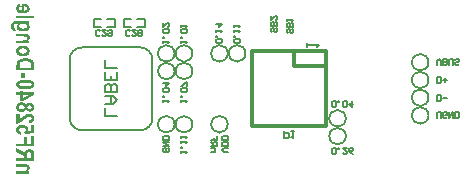
<source format=gbo>
G04*
G04 #@! TF.GenerationSoftware,Altium Limited,Altium Designer,20.1.14 (287)*
G04*
G04 Layer_Color=32896*
%FSLAX24Y24*%
%MOIN*%
G70*
G04*
G04 #@! TF.SameCoordinates,EC6BA951-EC3A-497E-BF03-96D7CE287269*
G04*
G04*
G04 #@! TF.FilePolarity,Positive*
G04*
G01*
G75*
%ADD12C,0.0079*%
%ADD13C,0.0060*%
%ADD14C,0.0050*%
%ADD15C,0.0059*%
%ADD64C,0.0080*%
%ADD92C,0.0118*%
G36*
X538Y2841D02*
X559Y2839D01*
X579Y2837D01*
X597Y2834D01*
X614Y2830D01*
X630Y2826D01*
X644Y2821D01*
X656Y2816D01*
X668Y2812D01*
X677Y2807D01*
X685Y2803D01*
X692Y2800D01*
X698Y2796D01*
X701Y2794D01*
X703Y2792D01*
X704Y2792D01*
X714Y2783D01*
X723Y2774D01*
X730Y2765D01*
X737Y2755D01*
X742Y2745D01*
X747Y2736D01*
X750Y2726D01*
X753Y2716D01*
X755Y2708D01*
X757Y2700D01*
X759Y2692D01*
X759Y2686D01*
X760Y2681D01*
X760Y2677D01*
Y2673D01*
X760Y2661D01*
X758Y2649D01*
X755Y2638D01*
X752Y2627D01*
X748Y2618D01*
X743Y2608D01*
X738Y2600D01*
X733Y2592D01*
X728Y2585D01*
X723Y2579D01*
X718Y2574D01*
X714Y2570D01*
X711Y2567D01*
X708Y2564D01*
X706Y2563D01*
X705Y2562D01*
X693Y2553D01*
X680Y2546D01*
X665Y2539D01*
X651Y2533D01*
X637Y2528D01*
X622Y2524D01*
X608Y2521D01*
X595Y2518D01*
X582Y2516D01*
X570Y2514D01*
X560Y2514D01*
X550Y2513D01*
X547Y2512D01*
X543D01*
X540Y2512D01*
X537D01*
X535D01*
X534D01*
X533D01*
X532D01*
X512Y2512D01*
X494Y2514D01*
X476Y2517D01*
X460Y2520D01*
X444Y2523D01*
X430Y2528D01*
X417Y2532D01*
X406Y2537D01*
X396Y2542D01*
X387Y2546D01*
X380Y2550D01*
X374Y2554D01*
X368Y2557D01*
X365Y2560D01*
X363Y2561D01*
X362Y2562D01*
X353Y2570D01*
X345Y2579D01*
X338Y2589D01*
X332Y2599D01*
X327Y2609D01*
X323Y2619D01*
X319Y2629D01*
X316Y2638D01*
X314Y2647D01*
X313Y2656D01*
X312Y2663D01*
X311Y2670D01*
X310Y2675D01*
X310Y2679D01*
Y2683D01*
X310Y2693D01*
X311Y2703D01*
X313Y2712D01*
X315Y2722D01*
X317Y2730D01*
X320Y2738D01*
X323Y2745D01*
X326Y2751D01*
X328Y2758D01*
X331Y2763D01*
X334Y2767D01*
X336Y2771D01*
X338Y2774D01*
X340Y2776D01*
X341Y2778D01*
X341Y2778D01*
X347Y2785D01*
X354Y2792D01*
X362Y2798D01*
X370Y2804D01*
X378Y2809D01*
X385Y2814D01*
X393Y2819D01*
X401Y2822D01*
X409Y2826D01*
X415Y2829D01*
X422Y2831D01*
X427Y2833D01*
X432Y2834D01*
X435Y2836D01*
X437Y2837D01*
X438D01*
X457Y2744D01*
X446Y2741D01*
X436Y2737D01*
X428Y2733D01*
X421Y2728D01*
X415Y2723D01*
X410Y2718D01*
X406Y2713D01*
X403Y2708D01*
X400Y2703D01*
X398Y2699D01*
X397Y2695D01*
X396Y2691D01*
X396Y2688D01*
X395Y2686D01*
Y2684D01*
X396Y2678D01*
X396Y2672D01*
X398Y2667D01*
X399Y2662D01*
X404Y2653D01*
X409Y2645D01*
X414Y2639D01*
X416Y2636D01*
X418Y2634D01*
X420Y2632D01*
X421Y2631D01*
X422Y2630D01*
X423Y2630D01*
X428Y2626D01*
X434Y2622D01*
X441Y2620D01*
X447Y2617D01*
X460Y2613D01*
X473Y2611D01*
X479Y2610D01*
X485Y2609D01*
X489Y2608D01*
X494Y2608D01*
X497Y2607D01*
X500D01*
X502D01*
X502D01*
Y2841D01*
X515D01*
X538Y2841D01*
D02*
G37*
G36*
X914Y2350D02*
X320D01*
Y2443D01*
X914D01*
Y2350D01*
D02*
G37*
G36*
X750Y2170D02*
X690D01*
X702Y2162D01*
X713Y2154D01*
X722Y2145D01*
X729Y2138D01*
X735Y2131D01*
X737Y2129D01*
X739Y2126D01*
X741Y2124D01*
X741Y2123D01*
X742Y2122D01*
Y2121D01*
X748Y2111D01*
X753Y2101D01*
X756Y2091D01*
X758Y2082D01*
X759Y2074D01*
X760Y2070D01*
Y2067D01*
X760Y2065D01*
Y2062D01*
X760Y2050D01*
X758Y2039D01*
X755Y2029D01*
X752Y2019D01*
X747Y2010D01*
X743Y2001D01*
X737Y1993D01*
X732Y1986D01*
X727Y1979D01*
X722Y1974D01*
X717Y1968D01*
X713Y1964D01*
X709Y1961D01*
X707Y1959D01*
X705Y1957D01*
X704Y1956D01*
X693Y1949D01*
X681Y1942D01*
X668Y1936D01*
X655Y1931D01*
X640Y1927D01*
X627Y1923D01*
X613Y1921D01*
X600Y1918D01*
X587Y1916D01*
X575Y1915D01*
X565Y1914D01*
X555Y1914D01*
X551Y1913D01*
X548D01*
X545Y1913D01*
X542D01*
X540D01*
X539D01*
X538D01*
X537D01*
X518Y1913D01*
X500Y1915D01*
X484Y1917D01*
X468Y1920D01*
X453Y1923D01*
X440Y1927D01*
X427Y1932D01*
X416Y1936D01*
X406Y1940D01*
X397Y1945D01*
X390Y1949D01*
X384Y1952D01*
X379Y1955D01*
X375Y1957D01*
X374Y1959D01*
X373Y1959D01*
X363Y1967D01*
X355Y1975D01*
X348Y1983D01*
X342Y1992D01*
X337Y2000D01*
X333Y2008D01*
X329Y2016D01*
X327Y2024D01*
X324Y2031D01*
X323Y2037D01*
X322Y2043D01*
X321Y2048D01*
X320Y2052D01*
X320Y2055D01*
Y2058D01*
X321Y2070D01*
X323Y2081D01*
X325Y2090D01*
X329Y2099D01*
X332Y2106D01*
X333Y2109D01*
X334Y2112D01*
X335Y2114D01*
X336Y2115D01*
X337Y2116D01*
Y2116D01*
X345Y2126D01*
X353Y2135D01*
X361Y2143D01*
X370Y2150D01*
X378Y2156D01*
X381Y2158D01*
X384Y2160D01*
X386Y2161D01*
X388Y2163D01*
X389Y2163D01*
X389Y2164D01*
X327D01*
X319D01*
X312Y2163D01*
X305Y2163D01*
X299Y2162D01*
X294Y2162D01*
X289Y2161D01*
X284Y2161D01*
X281Y2160D01*
X277Y2159D01*
X274Y2158D01*
X272Y2158D01*
X270Y2157D01*
X269Y2157D01*
X268Y2157D01*
X267Y2156D01*
X261Y2153D01*
X256Y2150D01*
X252Y2147D01*
X248Y2143D01*
X246Y2140D01*
X244Y2138D01*
X243Y2136D01*
X243Y2136D01*
X239Y2128D01*
X237Y2120D01*
X235Y2111D01*
X234Y2103D01*
X233Y2096D01*
Y2094D01*
X232Y2091D01*
Y2086D01*
X233Y2077D01*
X234Y2068D01*
X235Y2062D01*
X237Y2057D01*
X239Y2052D01*
X241Y2049D01*
X242Y2047D01*
X242Y2047D01*
X247Y2043D01*
X252Y2039D01*
X257Y2037D01*
X263Y2035D01*
X268Y2034D01*
X272Y2033D01*
X275Y2032D01*
X275D01*
X276D01*
X291Y1925D01*
X277D01*
X263Y1926D01*
X250Y1928D01*
X237Y1931D01*
X232Y1933D01*
X227Y1934D01*
X223Y1936D01*
X219Y1938D01*
X216Y1939D01*
X212Y1941D01*
X210Y1941D01*
X208Y1942D01*
X208Y1943D01*
X207D01*
X196Y1951D01*
X187Y1959D01*
X179Y1968D01*
X172Y1977D01*
X168Y1985D01*
X165Y1988D01*
X164Y1991D01*
X163Y1993D01*
X162Y1995D01*
X161Y1996D01*
Y1996D01*
X158Y2003D01*
X156Y2010D01*
X152Y2026D01*
X149Y2041D01*
X147Y2056D01*
X147Y2063D01*
X146Y2069D01*
X146Y2075D01*
Y2080D01*
X145Y2084D01*
Y2089D01*
X146Y2101D01*
X146Y2112D01*
X147Y2122D01*
X149Y2131D01*
X150Y2140D01*
X152Y2148D01*
X154Y2155D01*
X156Y2162D01*
X158Y2168D01*
X160Y2173D01*
X162Y2177D01*
X163Y2181D01*
X165Y2184D01*
X166Y2186D01*
X166Y2187D01*
X167Y2187D01*
X171Y2194D01*
X176Y2200D01*
X186Y2211D01*
X196Y2220D01*
X206Y2227D01*
X216Y2233D01*
X219Y2235D01*
X223Y2237D01*
X226Y2238D01*
X228Y2239D01*
X230Y2240D01*
X230D01*
X238Y2243D01*
X248Y2246D01*
X258Y2248D01*
X269Y2250D01*
X291Y2253D01*
X302Y2254D01*
X313Y2255D01*
X323Y2256D01*
X333Y2256D01*
X341Y2257D01*
X349D01*
X355Y2257D01*
X360D01*
X362D01*
X363D01*
X363D01*
X364D01*
X750D01*
Y2170D01*
D02*
G37*
G36*
X610Y1839D02*
X620Y1838D01*
X629Y1837D01*
X638Y1837D01*
X646Y1836D01*
X653Y1835D01*
X659Y1834D01*
X665Y1833D01*
X670Y1832D01*
X674Y1831D01*
X678Y1830D01*
X680Y1829D01*
X682Y1829D01*
X683Y1828D01*
X684D01*
X696Y1823D01*
X707Y1818D01*
X716Y1811D01*
X724Y1805D01*
X730Y1799D01*
X733Y1796D01*
X735Y1794D01*
X737Y1792D01*
X738Y1790D01*
X738Y1790D01*
X739Y1789D01*
X743Y1784D01*
X746Y1778D01*
X749Y1772D01*
X751Y1767D01*
X755Y1755D01*
X758Y1744D01*
X759Y1739D01*
X759Y1735D01*
X760Y1731D01*
Y1727D01*
X760Y1724D01*
Y1720D01*
X759Y1707D01*
X757Y1695D01*
X755Y1684D01*
X751Y1675D01*
X749Y1671D01*
X748Y1667D01*
X746Y1664D01*
X745Y1661D01*
X744Y1659D01*
X743Y1657D01*
X742Y1656D01*
X742Y1656D01*
X734Y1645D01*
X726Y1636D01*
X717Y1627D01*
X708Y1619D01*
X700Y1613D01*
X697Y1610D01*
X694Y1608D01*
X691Y1606D01*
X689Y1605D01*
X688Y1604D01*
X687Y1604D01*
X750D01*
Y1517D01*
X320D01*
Y1611D01*
X515D01*
X528D01*
X540Y1611D01*
X552Y1612D01*
X562Y1612D01*
X571Y1613D01*
X579Y1613D01*
X587Y1614D01*
X593Y1615D01*
X599Y1615D01*
X604Y1616D01*
X608Y1617D01*
X611Y1617D01*
X613Y1618D01*
X615Y1618D01*
X615Y1618D01*
X616D01*
X626Y1622D01*
X634Y1626D01*
X641Y1630D01*
X647Y1635D01*
X652Y1639D01*
X655Y1642D01*
X657Y1644D01*
X658Y1645D01*
X663Y1653D01*
X667Y1660D01*
X669Y1667D01*
X672Y1674D01*
X673Y1679D01*
X673Y1684D01*
X673Y1686D01*
Y1688D01*
X673Y1694D01*
X672Y1700D01*
X669Y1706D01*
X668Y1711D01*
X665Y1715D01*
X663Y1718D01*
X662Y1720D01*
X662Y1720D01*
X657Y1725D01*
X651Y1729D01*
X646Y1733D01*
X640Y1736D01*
X635Y1737D01*
X631Y1739D01*
X629Y1740D01*
X628Y1740D01*
X628D01*
X623Y1741D01*
X618Y1742D01*
X611Y1743D01*
X605Y1743D01*
X590Y1744D01*
X575Y1745D01*
X568Y1745D01*
X561D01*
X556Y1746D01*
X550D01*
X546D01*
X543D01*
X540D01*
X540D01*
X320D01*
Y1839D01*
X587D01*
X599D01*
X610Y1839D01*
D02*
G37*
G36*
X554Y1445D02*
X570Y1443D01*
X585Y1441D01*
X599Y1438D01*
X613Y1434D01*
X626Y1430D01*
X638Y1425D01*
X649Y1421D01*
X658Y1416D01*
X667Y1412D01*
X675Y1408D01*
X681Y1404D01*
X687Y1401D01*
X690Y1398D01*
X692Y1397D01*
X693Y1396D01*
X705Y1387D01*
X716Y1376D01*
X724Y1366D01*
X732Y1355D01*
X738Y1344D01*
X744Y1333D01*
X748Y1322D01*
X752Y1311D01*
X755Y1301D01*
X757Y1292D01*
X758Y1283D01*
X759Y1276D01*
X760Y1271D01*
X760Y1266D01*
Y1262D01*
X760Y1253D01*
X759Y1244D01*
X758Y1235D01*
X756Y1227D01*
X754Y1219D01*
X752Y1211D01*
X750Y1204D01*
X747Y1198D01*
X745Y1192D01*
X742Y1187D01*
X740Y1182D01*
X738Y1178D01*
X737Y1175D01*
X735Y1173D01*
X734Y1171D01*
X734Y1171D01*
X729Y1164D01*
X723Y1157D01*
X711Y1144D01*
X705Y1138D01*
X698Y1132D01*
X692Y1128D01*
X685Y1123D01*
X680Y1119D01*
X674Y1116D01*
X669Y1113D01*
X665Y1110D01*
X661Y1108D01*
X658Y1107D01*
X657Y1106D01*
X656Y1106D01*
X647Y1101D01*
X637Y1097D01*
X626Y1094D01*
X616Y1091D01*
X607Y1089D01*
X597Y1087D01*
X588Y1085D01*
X579Y1084D01*
X571Y1083D01*
X564Y1082D01*
X557Y1081D01*
X552Y1081D01*
X547Y1081D01*
X543D01*
X542D01*
X541D01*
X521Y1081D01*
X502Y1083D01*
X484Y1085D01*
X467Y1089D01*
X452Y1092D01*
X438Y1097D01*
X425Y1102D01*
X414Y1107D01*
X403Y1111D01*
X395Y1116D01*
X387Y1121D01*
X381Y1125D01*
X376Y1128D01*
X372Y1130D01*
X370Y1132D01*
X370Y1132D01*
X359Y1143D01*
X350Y1153D01*
X342Y1164D01*
X335Y1175D01*
X329Y1186D01*
X324Y1197D01*
X320Y1207D01*
X317Y1217D01*
X315Y1226D01*
X313Y1235D01*
X312Y1243D01*
X311Y1250D01*
X310Y1255D01*
X310Y1259D01*
Y1263D01*
X310Y1272D01*
X311Y1281D01*
X313Y1290D01*
X314Y1297D01*
X316Y1305D01*
X318Y1313D01*
X321Y1320D01*
X324Y1326D01*
X326Y1332D01*
X328Y1337D01*
X331Y1342D01*
X333Y1346D01*
X334Y1349D01*
X335Y1351D01*
X336Y1352D01*
X337Y1353D01*
X342Y1360D01*
X348Y1368D01*
X360Y1380D01*
X367Y1387D01*
X374Y1392D01*
X381Y1397D01*
X387Y1402D01*
X393Y1406D01*
X399Y1409D01*
X404Y1412D01*
X408Y1415D01*
X412Y1417D01*
X415Y1418D01*
X417Y1419D01*
X417Y1420D01*
X427Y1424D01*
X438Y1428D01*
X448Y1431D01*
X458Y1434D01*
X469Y1437D01*
X478Y1439D01*
X488Y1441D01*
X497Y1442D01*
X506Y1443D01*
X514Y1444D01*
X520Y1444D01*
X526Y1445D01*
X531Y1445D01*
X534D01*
X536D01*
X537D01*
X554Y1445D01*
D02*
G37*
G36*
X641Y1019D02*
X656Y1018D01*
X669Y1017D01*
X682Y1016D01*
X694Y1014D01*
X705Y1013D01*
X714Y1011D01*
X723Y1009D01*
X731Y1008D01*
X738Y1007D01*
X744Y1006D01*
X748Y1005D01*
X751Y1004D01*
X753Y1003D01*
X754D01*
X764Y1000D01*
X774Y996D01*
X784Y992D01*
X793Y989D01*
X801Y985D01*
X809Y981D01*
X816Y977D01*
X822Y974D01*
X828Y970D01*
X833Y967D01*
X837Y964D01*
X841Y962D01*
X844Y959D01*
X845Y958D01*
X847Y957D01*
X847Y957D01*
X854Y952D01*
X860Y946D01*
X865Y940D01*
X871Y935D01*
X875Y929D01*
X879Y924D01*
X886Y914D01*
X889Y910D01*
X892Y906D01*
X894Y902D01*
X896Y899D01*
X897Y897D01*
X898Y895D01*
X899Y894D01*
Y893D01*
X901Y887D01*
X904Y879D01*
X906Y871D01*
X907Y863D01*
X910Y846D01*
X912Y829D01*
X913Y822D01*
X913Y814D01*
X914Y808D01*
Y802D01*
X914Y797D01*
Y612D01*
X320D01*
Y807D01*
X321Y817D01*
X322Y827D01*
X323Y837D01*
X324Y845D01*
X325Y853D01*
X327Y860D01*
X328Y867D01*
X330Y873D01*
X331Y878D01*
X333Y883D01*
X334Y886D01*
X335Y889D01*
X336Y891D01*
X337Y893D01*
Y893D01*
X344Y907D01*
X352Y919D01*
X360Y930D01*
X364Y935D01*
X368Y940D01*
X371Y944D01*
X375Y947D01*
X378Y950D01*
X381Y953D01*
X383Y955D01*
X385Y956D01*
X386Y957D01*
X386Y958D01*
X393Y963D01*
X400Y967D01*
X414Y976D01*
X430Y984D01*
X444Y990D01*
X451Y993D01*
X457Y995D01*
X463Y997D01*
X468Y999D01*
X471Y1000D01*
X474Y1001D01*
X476Y1002D01*
X477D01*
X488Y1005D01*
X499Y1008D01*
X522Y1012D01*
X544Y1015D01*
X555Y1017D01*
X565Y1017D01*
X575Y1018D01*
X583Y1019D01*
X591Y1019D01*
X598D01*
X603Y1020D01*
X607D01*
X610D01*
X611D01*
X626D01*
X641Y1019D01*
D02*
G37*
G36*
X592Y358D02*
X478D01*
Y541D01*
X592D01*
Y358D01*
D02*
G37*
G36*
X643Y303D02*
X658Y302D01*
X671Y301D01*
X684Y300D01*
X697Y299D01*
X709Y298D01*
X721Y296D01*
X732Y295D01*
X742Y293D01*
X752Y291D01*
X761Y289D01*
X770Y287D01*
X779Y285D01*
X786Y283D01*
X794Y281D01*
X801Y279D01*
X807Y277D01*
X813Y275D01*
X818Y273D01*
X823Y271D01*
X828Y269D01*
X832Y268D01*
X835Y266D01*
X838Y265D01*
X841Y263D01*
X845Y261D01*
X848Y260D01*
X849Y259D01*
X860Y251D01*
X871Y242D01*
X880Y232D01*
X888Y223D01*
X894Y213D01*
X899Y204D01*
X904Y194D01*
X908Y185D01*
X910Y177D01*
X913Y169D01*
X914Y162D01*
X915Y157D01*
X916Y152D01*
X916Y148D01*
Y145D01*
X915Y132D01*
X913Y120D01*
X910Y108D01*
X906Y97D01*
X900Y87D01*
X895Y77D01*
X888Y69D01*
X882Y61D01*
X876Y54D01*
X870Y48D01*
X864Y42D01*
X859Y38D01*
X855Y34D01*
X852Y32D01*
X849Y31D01*
X849Y30D01*
X842Y26D01*
X835Y23D01*
X827Y19D01*
X819Y16D01*
X802Y10D01*
X783Y5D01*
X764Y1D01*
X745Y-3D01*
X725Y-5D01*
X706Y-8D01*
X687Y-10D01*
X670Y-11D01*
X662Y-12D01*
X655Y-12D01*
X647Y-12D01*
X641D01*
X635Y-13D01*
X630D01*
X625Y-13D01*
X621D01*
X618D01*
X615D01*
X614D01*
X614D01*
X598D01*
X583Y-13D01*
X568Y-12D01*
X554Y-12D01*
X541Y-10D01*
X529Y-9D01*
X516Y-8D01*
X505Y-6D01*
X494Y-5D01*
X483Y-3D01*
X473Y-2D01*
X464Y0D01*
X455Y2D01*
X446Y4D01*
X439Y6D01*
X432Y9D01*
X424Y10D01*
X418Y13D01*
X412Y14D01*
X407Y16D01*
X402Y18D01*
X397Y20D01*
X393Y22D01*
X390Y23D01*
X387Y25D01*
X384Y26D01*
X380Y28D01*
X378Y30D01*
X377Y30D01*
X365Y38D01*
X355Y48D01*
X346Y57D01*
X338Y67D01*
X331Y76D01*
X326Y86D01*
X322Y95D01*
X318Y104D01*
X316Y112D01*
X313Y120D01*
X312Y127D01*
X311Y133D01*
X310Y138D01*
X310Y142D01*
Y145D01*
X311Y157D01*
X313Y170D01*
X316Y182D01*
X320Y193D01*
X326Y203D01*
X331Y212D01*
X337Y221D01*
X344Y229D01*
X350Y236D01*
X356Y242D01*
X362Y247D01*
X367Y251D01*
X371Y255D01*
X374Y257D01*
X376Y259D01*
X377Y259D01*
X384Y263D01*
X391Y267D01*
X399Y271D01*
X406Y274D01*
X424Y279D01*
X442Y285D01*
X462Y289D01*
X482Y293D01*
X501Y295D01*
X520Y298D01*
X539Y300D01*
X556Y301D01*
X564Y301D01*
X572Y302D01*
X579Y302D01*
X586D01*
X591Y303D01*
X597D01*
X601Y303D01*
X605D01*
X608D01*
X611D01*
X612D01*
X613D01*
X628D01*
X643Y303D01*
D02*
G37*
G36*
X540Y-119D02*
X916D01*
Y-198D01*
X539Y-408D01*
X439D01*
Y-209D01*
X320D01*
Y-119D01*
X439D01*
Y-58D01*
X540D01*
Y-119D01*
D02*
G37*
G36*
X513Y-452D02*
X522Y-452D01*
X531Y-454D01*
X539Y-455D01*
X546Y-457D01*
X553Y-459D01*
X559Y-461D01*
X565Y-463D01*
X569Y-465D01*
X574Y-466D01*
X577Y-468D01*
X580Y-470D01*
X582Y-470D01*
X583Y-471D01*
X584Y-471D01*
X590Y-475D01*
X597Y-480D01*
X608Y-490D01*
X618Y-500D01*
X626Y-510D01*
X630Y-515D01*
X633Y-519D01*
X635Y-523D01*
X637Y-527D01*
X639Y-530D01*
X640Y-532D01*
X640Y-533D01*
X641Y-534D01*
X648Y-523D01*
X655Y-513D01*
X664Y-504D01*
X671Y-497D01*
X678Y-492D01*
X681Y-490D01*
X684Y-487D01*
X686Y-486D01*
X688Y-485D01*
X689Y-484D01*
X689D01*
X701Y-478D01*
X714Y-474D01*
X727Y-471D01*
X739Y-469D01*
X744Y-468D01*
X749Y-467D01*
X753Y-467D01*
X757D01*
X760Y-466D01*
X763D01*
X764D01*
X764D01*
X776Y-467D01*
X787Y-468D01*
X798Y-470D01*
X808Y-472D01*
X817Y-475D01*
X826Y-478D01*
X834Y-482D01*
X842Y-485D01*
X849Y-488D01*
X854Y-492D01*
X860Y-495D01*
X864Y-498D01*
X867Y-500D01*
X870Y-502D01*
X871Y-503D01*
X872Y-504D01*
X880Y-511D01*
X886Y-519D01*
X892Y-527D01*
X897Y-537D01*
X902Y-545D01*
X905Y-555D01*
X908Y-563D01*
X910Y-572D01*
X913Y-581D01*
X914Y-588D01*
X915Y-595D01*
X915Y-601D01*
X916Y-606D01*
X916Y-610D01*
Y-613D01*
X916Y-625D01*
X914Y-636D01*
X912Y-647D01*
X910Y-657D01*
X906Y-667D01*
X903Y-676D01*
X899Y-684D01*
X896Y-691D01*
X892Y-698D01*
X888Y-703D01*
X884Y-708D01*
X881Y-712D01*
X878Y-715D01*
X876Y-718D01*
X875Y-719D01*
X874Y-719D01*
X867Y-726D01*
X858Y-732D01*
X849Y-738D01*
X840Y-742D01*
X831Y-746D01*
X821Y-749D01*
X812Y-752D01*
X803Y-754D01*
X795Y-755D01*
X788Y-757D01*
X781Y-757D01*
X775Y-758D01*
X770D01*
X766Y-759D01*
X764D01*
X763D01*
X748Y-758D01*
X734Y-756D01*
X727Y-755D01*
X721Y-754D01*
X715Y-752D01*
X710Y-750D01*
X705Y-749D01*
X701Y-747D01*
X698Y-746D01*
X695Y-744D01*
X692Y-743D01*
X691Y-743D01*
X690Y-742D01*
X689D01*
X678Y-735D01*
X669Y-726D01*
X660Y-718D01*
X654Y-709D01*
X648Y-702D01*
X646Y-698D01*
X644Y-696D01*
X643Y-693D01*
X642Y-691D01*
X641Y-690D01*
Y-690D01*
X637Y-697D01*
X633Y-704D01*
X628Y-710D01*
X623Y-716D01*
X619Y-721D01*
X613Y-726D01*
X608Y-731D01*
X604Y-735D01*
X600Y-739D01*
X595Y-742D01*
X592Y-744D01*
X589Y-747D01*
X586Y-748D01*
X584Y-750D01*
X583Y-750D01*
X582Y-750D01*
X575Y-754D01*
X567Y-757D01*
X551Y-762D01*
X536Y-766D01*
X529Y-768D01*
X521Y-768D01*
X515Y-769D01*
X509Y-770D01*
X503Y-771D01*
X499D01*
X495Y-771D01*
X492D01*
X490D01*
X490D01*
X475Y-771D01*
X460Y-769D01*
X447Y-767D01*
X435Y-764D01*
X423Y-761D01*
X412Y-757D01*
X402Y-753D01*
X393Y-748D01*
X385Y-744D01*
X378Y-740D01*
X373Y-736D01*
X367Y-732D01*
X364Y-730D01*
X361Y-727D01*
X359Y-726D01*
X359Y-725D01*
X350Y-717D01*
X342Y-707D01*
X336Y-697D01*
X331Y-688D01*
X326Y-678D01*
X322Y-668D01*
X319Y-659D01*
X316Y-650D01*
X314Y-641D01*
X313Y-633D01*
X311Y-627D01*
X311Y-621D01*
X310Y-616D01*
X310Y-612D01*
Y-609D01*
X310Y-600D01*
X311Y-592D01*
X313Y-577D01*
X315Y-570D01*
X317Y-563D01*
X319Y-557D01*
X321Y-552D01*
X323Y-546D01*
X325Y-541D01*
X327Y-538D01*
X328Y-534D01*
X330Y-531D01*
X331Y-530D01*
X331Y-528D01*
X332Y-528D01*
X336Y-521D01*
X341Y-515D01*
X352Y-504D01*
X362Y-494D01*
X373Y-486D01*
X378Y-483D01*
X382Y-480D01*
X386Y-477D01*
X389Y-475D01*
X392Y-473D01*
X395Y-472D01*
X396Y-472D01*
X396Y-471D01*
X404Y-468D01*
X413Y-464D01*
X429Y-459D01*
X446Y-455D01*
X453Y-454D01*
X461Y-453D01*
X468Y-452D01*
X474Y-452D01*
X480Y-451D01*
X485D01*
X489Y-451D01*
X491D01*
X493D01*
X494D01*
X503D01*
X513Y-452D01*
D02*
G37*
G36*
X764Y-834D02*
X775Y-835D01*
X787Y-837D01*
X797Y-840D01*
X807Y-843D01*
X817Y-846D01*
X825Y-849D01*
X833Y-853D01*
X841Y-857D01*
X847Y-860D01*
X853Y-863D01*
X857Y-866D01*
X861Y-869D01*
X864Y-871D01*
X866Y-872D01*
X866Y-873D01*
X875Y-880D01*
X883Y-889D01*
X889Y-898D01*
X895Y-907D01*
X900Y-916D01*
X904Y-926D01*
X907Y-935D01*
X910Y-944D01*
X912Y-953D01*
X914Y-962D01*
X915Y-969D01*
X915Y-975D01*
X916Y-980D01*
X916Y-984D01*
Y-988D01*
X916Y-1001D01*
X914Y-1013D01*
X912Y-1024D01*
X910Y-1034D01*
X906Y-1045D01*
X903Y-1054D01*
X899Y-1062D01*
X895Y-1070D01*
X891Y-1077D01*
X887Y-1082D01*
X884Y-1088D01*
X880Y-1092D01*
X878Y-1095D01*
X875Y-1098D01*
X874Y-1099D01*
X874Y-1099D01*
X865Y-1107D01*
X856Y-1114D01*
X845Y-1120D01*
X835Y-1125D01*
X824Y-1130D01*
X813Y-1134D01*
X802Y-1137D01*
X791Y-1140D01*
X781Y-1142D01*
X771Y-1145D01*
X763Y-1146D01*
X755Y-1148D01*
X749Y-1149D01*
X745Y-1149D01*
X743D01*
X741Y-1150D01*
X741D01*
X741D01*
X729Y-1057D01*
X737Y-1056D01*
X745Y-1055D01*
X753Y-1054D01*
X760Y-1052D01*
X766Y-1051D01*
X772Y-1049D01*
X777Y-1047D01*
X783Y-1045D01*
X791Y-1039D01*
X799Y-1034D01*
X805Y-1028D01*
X810Y-1022D01*
X814Y-1016D01*
X817Y-1010D01*
X819Y-1005D01*
X820Y-1000D01*
X821Y-996D01*
X822Y-993D01*
Y-985D01*
X821Y-980D01*
X819Y-971D01*
X815Y-963D01*
X812Y-957D01*
X808Y-952D01*
X805Y-948D01*
X802Y-945D01*
X802Y-944D01*
X802D01*
X798Y-941D01*
X793Y-939D01*
X784Y-934D01*
X774Y-931D01*
X765Y-929D01*
X756Y-928D01*
X753Y-927D01*
X749D01*
X747Y-927D01*
X745D01*
X744D01*
X743D01*
X736Y-927D01*
X730Y-928D01*
X716Y-930D01*
X704Y-934D01*
X693Y-937D01*
X688Y-939D01*
X684Y-941D01*
X680Y-943D01*
X676Y-944D01*
X674Y-946D01*
X672Y-947D01*
X671Y-948D01*
X670Y-948D01*
X665Y-951D01*
X659Y-955D01*
X652Y-960D01*
X645Y-966D01*
X637Y-972D01*
X630Y-978D01*
X614Y-991D01*
X606Y-998D01*
X599Y-1004D01*
X593Y-1009D01*
X587Y-1014D01*
X583Y-1018D01*
X579Y-1021D01*
X577Y-1023D01*
X576Y-1024D01*
X560Y-1038D01*
X544Y-1051D01*
X530Y-1063D01*
X517Y-1073D01*
X504Y-1083D01*
X492Y-1091D01*
X482Y-1099D01*
X472Y-1106D01*
X463Y-1111D01*
X456Y-1116D01*
X449Y-1120D01*
X443Y-1124D01*
X439Y-1126D01*
X436Y-1128D01*
X434Y-1128D01*
X434Y-1129D01*
X424Y-1134D01*
X414Y-1138D01*
X403Y-1142D01*
X393Y-1145D01*
X383Y-1148D01*
X374Y-1151D01*
X365Y-1153D01*
X356Y-1155D01*
X349Y-1156D01*
X342Y-1157D01*
X335Y-1159D01*
X330Y-1159D01*
X326Y-1160D01*
X323D01*
X321Y-1160D01*
X320D01*
Y-833D01*
X426D01*
Y-1019D01*
X432Y-1016D01*
X437Y-1013D01*
X442Y-1009D01*
X447Y-1006D01*
X451Y-1004D01*
X454Y-1002D01*
X456Y-1000D01*
X457Y-1000D01*
X460Y-997D01*
X464Y-994D01*
X469Y-990D01*
X475Y-986D01*
X485Y-977D01*
X496Y-967D01*
X502Y-962D01*
X507Y-958D01*
X512Y-954D01*
X516Y-950D01*
X519Y-947D01*
X522Y-944D01*
X524Y-943D01*
X524Y-943D01*
X534Y-934D01*
X543Y-926D01*
X552Y-919D01*
X561Y-912D01*
X568Y-905D01*
X575Y-900D01*
X582Y-895D01*
X588Y-891D01*
X594Y-887D01*
X599Y-883D01*
X603Y-880D01*
X606Y-878D01*
X609Y-876D01*
X611Y-875D01*
X612Y-875D01*
X612Y-874D01*
X625Y-867D01*
X638Y-861D01*
X649Y-855D01*
X660Y-851D01*
X665Y-849D01*
X669Y-848D01*
X673Y-847D01*
X676Y-845D01*
X678Y-844D01*
X680Y-844D01*
X681Y-844D01*
X681D01*
X694Y-840D01*
X707Y-838D01*
X719Y-836D01*
X730Y-835D01*
X734Y-834D01*
X739Y-834D01*
X742D01*
X746Y-833D01*
X748D01*
X750D01*
X752D01*
X752D01*
X764Y-834D01*
D02*
G37*
G36*
X536Y-1199D02*
X553Y-1200D01*
X568Y-1203D01*
X583Y-1206D01*
X596Y-1210D01*
X609Y-1214D01*
X620Y-1219D01*
X631Y-1224D01*
X640Y-1229D01*
X648Y-1233D01*
X655Y-1237D01*
X661Y-1241D01*
X665Y-1244D01*
X669Y-1247D01*
X671Y-1249D01*
X672Y-1249D01*
X680Y-1257D01*
X687Y-1265D01*
X693Y-1273D01*
X698Y-1282D01*
X702Y-1290D01*
X706Y-1298D01*
X709Y-1306D01*
X712Y-1313D01*
X713Y-1320D01*
X715Y-1327D01*
X716Y-1333D01*
X716Y-1337D01*
X717Y-1341D01*
X717Y-1344D01*
Y-1353D01*
X716Y-1359D01*
X714Y-1371D01*
X711Y-1382D01*
X708Y-1391D01*
X706Y-1395D01*
X704Y-1399D01*
X702Y-1403D01*
X701Y-1406D01*
X700Y-1408D01*
X699Y-1410D01*
X698Y-1411D01*
X698Y-1411D01*
X799Y-1396D01*
Y-1220D01*
X906D01*
Y-1467D01*
X596Y-1515D01*
X583Y-1439D01*
X590Y-1433D01*
X597Y-1427D01*
X603Y-1421D01*
X608Y-1414D01*
X612Y-1408D01*
X616Y-1402D01*
X619Y-1397D01*
X621Y-1391D01*
X623Y-1386D01*
X624Y-1381D01*
X625Y-1377D01*
X626Y-1373D01*
X626Y-1371D01*
X626Y-1369D01*
Y-1367D01*
X626Y-1361D01*
X625Y-1355D01*
X624Y-1350D01*
X622Y-1345D01*
X618Y-1337D01*
X613Y-1329D01*
X608Y-1323D01*
X604Y-1318D01*
X602Y-1317D01*
X601Y-1315D01*
X600Y-1315D01*
X600Y-1315D01*
X594Y-1311D01*
X588Y-1308D01*
X575Y-1303D01*
X562Y-1299D01*
X548Y-1297D01*
X542Y-1296D01*
X536Y-1295D01*
X531Y-1294D01*
X526D01*
X522Y-1294D01*
X520D01*
X518D01*
X517D01*
X507Y-1294D01*
X496Y-1295D01*
X487Y-1296D01*
X478Y-1297D01*
X471Y-1299D01*
X464Y-1301D01*
X457Y-1302D01*
X451Y-1304D01*
X446Y-1306D01*
X442Y-1308D01*
X438Y-1310D01*
X435Y-1312D01*
X433Y-1313D01*
X431Y-1314D01*
X430Y-1315D01*
X430Y-1315D01*
X425Y-1319D01*
X421Y-1323D01*
X417Y-1327D01*
X414Y-1331D01*
X411Y-1336D01*
X409Y-1340D01*
X405Y-1347D01*
X403Y-1354D01*
X403Y-1357D01*
X402Y-1359D01*
X402Y-1362D01*
Y-1364D01*
X402Y-1369D01*
X403Y-1373D01*
X405Y-1382D01*
X409Y-1389D01*
X413Y-1396D01*
X417Y-1401D01*
X420Y-1405D01*
X423Y-1408D01*
X423Y-1409D01*
X424Y-1409D01*
X433Y-1416D01*
X442Y-1421D01*
X453Y-1425D01*
X463Y-1428D01*
X471Y-1430D01*
X475Y-1431D01*
X478Y-1432D01*
X481Y-1432D01*
X483Y-1433D01*
X485D01*
X485D01*
X473Y-1526D01*
X458Y-1524D01*
X445Y-1521D01*
X432Y-1518D01*
X421Y-1514D01*
X410Y-1510D01*
X400Y-1506D01*
X391Y-1501D01*
X383Y-1496D01*
X376Y-1492D01*
X370Y-1488D01*
X364Y-1484D01*
X360Y-1481D01*
X356Y-1477D01*
X354Y-1475D01*
X352Y-1474D01*
X352Y-1473D01*
X345Y-1465D01*
X338Y-1456D01*
X333Y-1447D01*
X328Y-1438D01*
X324Y-1429D01*
X320Y-1420D01*
X317Y-1411D01*
X315Y-1403D01*
X313Y-1395D01*
X312Y-1388D01*
X311Y-1381D01*
X311Y-1376D01*
X310Y-1371D01*
X310Y-1368D01*
Y-1365D01*
X311Y-1351D01*
X313Y-1337D01*
X316Y-1324D01*
X320Y-1312D01*
X325Y-1301D01*
X331Y-1291D01*
X337Y-1282D01*
X343Y-1273D01*
X349Y-1266D01*
X355Y-1260D01*
X360Y-1254D01*
X365Y-1250D01*
X369Y-1246D01*
X373Y-1244D01*
X374Y-1242D01*
X375Y-1242D01*
X388Y-1234D01*
X400Y-1227D01*
X413Y-1221D01*
X425Y-1217D01*
X438Y-1212D01*
X450Y-1209D01*
X461Y-1206D01*
X471Y-1204D01*
X482Y-1202D01*
X491Y-1200D01*
X499Y-1200D01*
X506Y-1199D01*
X511Y-1199D01*
X515Y-1198D01*
X518D01*
X519D01*
X536Y-1199D01*
D02*
G37*
G36*
X914Y-1922D02*
X320D01*
Y-1824D01*
X572D01*
Y-1620D01*
X673D01*
Y-1824D01*
X813D01*
Y-1588D01*
X914D01*
Y-1922D01*
D02*
G37*
G36*
X435Y-2035D02*
X448Y-2041D01*
X460Y-2047D01*
X470Y-2053D01*
X480Y-2058D01*
X489Y-2064D01*
X497Y-2068D01*
X504Y-2072D01*
X510Y-2076D01*
X515Y-2079D01*
X520Y-2082D01*
X524Y-2085D01*
X527Y-2087D01*
X529Y-2089D01*
X531Y-2090D01*
X532Y-2090D01*
X532Y-2091D01*
X542Y-2099D01*
X551Y-2107D01*
X560Y-2116D01*
X567Y-2125D01*
X573Y-2132D01*
X576Y-2135D01*
X578Y-2138D01*
X580Y-2140D01*
X581Y-2142D01*
X582Y-2143D01*
X582Y-2143D01*
X585Y-2132D01*
X587Y-2121D01*
X591Y-2111D01*
X595Y-2102D01*
X599Y-2094D01*
X604Y-2086D01*
X608Y-2079D01*
X613Y-2072D01*
X617Y-2067D01*
X621Y-2062D01*
X625Y-2058D01*
X629Y-2054D01*
X631Y-2052D01*
X633Y-2050D01*
X635Y-2049D01*
X635Y-2048D01*
X644Y-2042D01*
X652Y-2037D01*
X662Y-2032D01*
X671Y-2028D01*
X680Y-2025D01*
X690Y-2023D01*
X698Y-2020D01*
X707Y-2019D01*
X716Y-2017D01*
X723Y-2016D01*
X730Y-2015D01*
X736Y-2015D01*
X741Y-2014D01*
X745D01*
X747D01*
X748D01*
X758Y-2015D01*
X767Y-2015D01*
X777Y-2017D01*
X786Y-2018D01*
X794Y-2020D01*
X802Y-2021D01*
X809Y-2023D01*
X816Y-2025D01*
X822Y-2028D01*
X827Y-2029D01*
X831Y-2031D01*
X835Y-2033D01*
X838Y-2034D01*
X841Y-2035D01*
X842Y-2036D01*
X842Y-2036D01*
X849Y-2041D01*
X856Y-2045D01*
X862Y-2049D01*
X868Y-2054D01*
X873Y-2059D01*
X877Y-2064D01*
X881Y-2068D01*
X885Y-2073D01*
X888Y-2077D01*
X891Y-2081D01*
X893Y-2084D01*
X895Y-2087D01*
X896Y-2089D01*
X897Y-2091D01*
X898Y-2092D01*
Y-2092D01*
X901Y-2100D01*
X903Y-2107D01*
X905Y-2115D01*
X907Y-2125D01*
X910Y-2143D01*
X912Y-2162D01*
X913Y-2171D01*
X913Y-2179D01*
X914Y-2186D01*
Y-2193D01*
X914Y-2198D01*
Y-2413D01*
X320D01*
Y-2315D01*
X568D01*
Y-2294D01*
X568Y-2283D01*
X567Y-2272D01*
X566Y-2264D01*
X565Y-2257D01*
X563Y-2252D01*
X562Y-2248D01*
X561Y-2246D01*
X561Y-2245D01*
X558Y-2240D01*
X554Y-2234D01*
X550Y-2229D01*
X546Y-2225D01*
X543Y-2222D01*
X540Y-2218D01*
X537Y-2217D01*
X536Y-2216D01*
X532Y-2213D01*
X528Y-2210D01*
X522Y-2206D01*
X515Y-2202D01*
X508Y-2198D01*
X501Y-2193D01*
X486Y-2185D01*
X479Y-2181D01*
X472Y-2177D01*
X466Y-2173D01*
X460Y-2170D01*
X456Y-2168D01*
X452Y-2166D01*
X450Y-2164D01*
X449Y-2164D01*
X320Y-2093D01*
Y-1975D01*
X435Y-2035D01*
D02*
G37*
G36*
X610Y-2509D02*
X620Y-2509D01*
X629Y-2510D01*
X638Y-2511D01*
X646Y-2512D01*
X653Y-2513D01*
X659Y-2513D01*
X665Y-2515D01*
X670Y-2516D01*
X674Y-2517D01*
X678Y-2517D01*
X680Y-2518D01*
X682Y-2519D01*
X683Y-2519D01*
X684D01*
X696Y-2524D01*
X707Y-2530D01*
X716Y-2536D01*
X724Y-2542D01*
X730Y-2549D01*
X733Y-2551D01*
X735Y-2553D01*
X737Y-2556D01*
X738Y-2557D01*
X738Y-2558D01*
X739Y-2558D01*
X743Y-2564D01*
X746Y-2569D01*
X749Y-2575D01*
X751Y-2581D01*
X755Y-2592D01*
X758Y-2603D01*
X759Y-2608D01*
X759Y-2613D01*
X760Y-2617D01*
Y-2620D01*
X760Y-2623D01*
Y-2627D01*
X759Y-2640D01*
X757Y-2652D01*
X755Y-2663D01*
X751Y-2673D01*
X749Y-2677D01*
X748Y-2681D01*
X746Y-2684D01*
X745Y-2686D01*
X744Y-2689D01*
X743Y-2690D01*
X742Y-2691D01*
X742Y-2692D01*
X734Y-2702D01*
X726Y-2712D01*
X717Y-2721D01*
X708Y-2729D01*
X700Y-2735D01*
X697Y-2737D01*
X694Y-2740D01*
X691Y-2741D01*
X689Y-2743D01*
X688Y-2743D01*
X687Y-2744D01*
X750D01*
Y-2830D01*
X320D01*
Y-2736D01*
X515D01*
X528D01*
X540Y-2736D01*
X552Y-2736D01*
X562Y-2735D01*
X571Y-2735D01*
X579Y-2734D01*
X587Y-2733D01*
X593Y-2733D01*
X599Y-2732D01*
X604Y-2731D01*
X608Y-2731D01*
X611Y-2730D01*
X613Y-2730D01*
X615Y-2729D01*
X615Y-2729D01*
X616D01*
X626Y-2726D01*
X634Y-2722D01*
X641Y-2717D01*
X647Y-2713D01*
X652Y-2709D01*
X655Y-2705D01*
X657Y-2703D01*
X658Y-2702D01*
X663Y-2695D01*
X667Y-2687D01*
X669Y-2680D01*
X672Y-2674D01*
X673Y-2668D01*
X673Y-2664D01*
X673Y-2662D01*
Y-2660D01*
X673Y-2653D01*
X672Y-2647D01*
X669Y-2641D01*
X668Y-2636D01*
X665Y-2632D01*
X663Y-2630D01*
X662Y-2628D01*
X662Y-2627D01*
X657Y-2622D01*
X651Y-2618D01*
X646Y-2614D01*
X640Y-2612D01*
X635Y-2610D01*
X631Y-2608D01*
X629Y-2608D01*
X628Y-2607D01*
X628D01*
X623Y-2607D01*
X618Y-2606D01*
X611Y-2605D01*
X605Y-2604D01*
X590Y-2603D01*
X575Y-2603D01*
X568Y-2602D01*
X561D01*
X556Y-2602D01*
X550D01*
X546D01*
X543D01*
X540D01*
X540D01*
X320D01*
Y-2508D01*
X587D01*
X599D01*
X610Y-2509D01*
D02*
G37*
%LPC*%
G36*
X574Y2749D02*
X572D01*
X572D01*
Y2609D01*
X581D01*
X589Y2610D01*
X597Y2611D01*
X604Y2612D01*
X611Y2613D01*
X617Y2615D01*
X622Y2617D01*
X627Y2619D01*
X632Y2621D01*
X636Y2622D01*
X639Y2624D01*
X642Y2626D01*
X644Y2627D01*
X645Y2628D01*
X646Y2629D01*
X647D01*
X651Y2633D01*
X655Y2637D01*
X659Y2641D01*
X662Y2645D01*
X665Y2650D01*
X667Y2654D01*
X670Y2661D01*
X672Y2668D01*
X673Y2672D01*
X673Y2674D01*
X673Y2676D01*
Y2679D01*
X673Y2684D01*
X673Y2689D01*
X671Y2693D01*
X669Y2698D01*
X665Y2706D01*
X661Y2713D01*
X656Y2719D01*
X652Y2723D01*
X650Y2725D01*
X649Y2726D01*
X648Y2726D01*
X648Y2727D01*
X643Y2730D01*
X637Y2734D01*
X626Y2739D01*
X613Y2743D01*
X601Y2746D01*
X595Y2747D01*
X589Y2747D01*
X584Y2748D01*
X580Y2748D01*
X577D01*
X574Y2749D01*
D02*
G37*
G36*
X548Y2165D02*
X544D01*
X542D01*
X541D01*
X529Y2165D01*
X518Y2164D01*
X508Y2163D01*
X498Y2161D01*
X490Y2159D01*
X482Y2157D01*
X475Y2155D01*
X468Y2153D01*
X462Y2150D01*
X457Y2148D01*
X453Y2147D01*
X450Y2145D01*
X447Y2143D01*
X445Y2142D01*
X444Y2141D01*
X444Y2141D01*
X438Y2136D01*
X433Y2132D01*
X429Y2127D01*
X425Y2122D01*
X422Y2117D01*
X420Y2112D01*
X417Y2108D01*
X416Y2103D01*
X414Y2096D01*
X413Y2092D01*
X412Y2089D01*
Y2087D01*
X412Y2085D01*
Y2084D01*
X412Y2078D01*
X413Y2072D01*
X415Y2067D01*
X417Y2062D01*
X422Y2053D01*
X428Y2046D01*
X433Y2039D01*
X436Y2037D01*
X439Y2035D01*
X440Y2033D01*
X442Y2031D01*
X443Y2031D01*
X443Y2031D01*
X450Y2027D01*
X457Y2024D01*
X464Y2021D01*
X472Y2018D01*
X489Y2014D01*
X506Y2011D01*
X513Y2010D01*
X521Y2010D01*
X527Y2010D01*
X532Y2009D01*
X537Y2009D01*
X541D01*
X543D01*
X544D01*
X556Y2009D01*
X567Y2010D01*
X577Y2011D01*
X587Y2012D01*
X596Y2014D01*
X604Y2016D01*
X611Y2017D01*
X617Y2020D01*
X623Y2022D01*
X628Y2024D01*
X632Y2025D01*
X635Y2027D01*
X638Y2028D01*
X640Y2030D01*
X641Y2030D01*
X641Y2031D01*
X647Y2035D01*
X652Y2039D01*
X656Y2044D01*
X660Y2049D01*
X663Y2053D01*
X665Y2058D01*
X668Y2062D01*
X669Y2067D01*
X672Y2074D01*
X673Y2078D01*
X673Y2080D01*
X673Y2083D01*
Y2086D01*
X673Y2092D01*
X672Y2098D01*
X670Y2103D01*
X668Y2109D01*
X663Y2118D01*
X657Y2127D01*
X651Y2133D01*
X648Y2136D01*
X646Y2138D01*
X644Y2140D01*
X642Y2141D01*
X641Y2142D01*
X641Y2142D01*
X634Y2146D01*
X627Y2150D01*
X620Y2153D01*
X611Y2155D01*
X595Y2159D01*
X579Y2162D01*
X571Y2163D01*
X564Y2164D01*
X558Y2164D01*
X552Y2165D01*
X548Y2165D01*
D02*
G37*
G36*
X542Y1349D02*
X538D01*
X536D01*
X536D01*
X524Y1349D01*
X512Y1348D01*
X502Y1347D01*
X492Y1345D01*
X483Y1344D01*
X475Y1341D01*
X468Y1339D01*
X461Y1337D01*
X455Y1334D01*
X450Y1332D01*
X446Y1330D01*
X442Y1328D01*
X439Y1326D01*
X438Y1325D01*
X436Y1324D01*
X436Y1324D01*
X430Y1319D01*
X425Y1314D01*
X421Y1309D01*
X417Y1304D01*
X414Y1299D01*
X411Y1294D01*
X409Y1289D01*
X407Y1284D01*
X404Y1276D01*
X403Y1272D01*
X403Y1269D01*
Y1267D01*
X403Y1265D01*
Y1263D01*
X403Y1257D01*
X404Y1250D01*
X406Y1244D01*
X408Y1239D01*
X413Y1228D01*
X419Y1219D01*
X422Y1215D01*
X425Y1212D01*
X428Y1209D01*
X431Y1206D01*
X433Y1204D01*
X435Y1203D01*
X435Y1202D01*
X436Y1202D01*
X442Y1197D01*
X450Y1193D01*
X457Y1190D01*
X465Y1187D01*
X474Y1185D01*
X482Y1182D01*
X498Y1179D01*
X506Y1179D01*
X513Y1178D01*
X519Y1177D01*
X524Y1177D01*
X529Y1176D01*
X532D01*
X534D01*
X535D01*
X547Y1177D01*
X558Y1177D01*
X568Y1179D01*
X578Y1180D01*
X587Y1182D01*
X595Y1184D01*
X602Y1186D01*
X609Y1189D01*
X615Y1191D01*
X620Y1193D01*
X624Y1196D01*
X628Y1197D01*
X630Y1199D01*
X632Y1200D01*
X633Y1201D01*
X634Y1201D01*
X640Y1206D01*
X645Y1211D01*
X650Y1216D01*
X654Y1222D01*
X657Y1227D01*
X659Y1232D01*
X662Y1237D01*
X663Y1241D01*
X666Y1250D01*
X667Y1253D01*
X667Y1256D01*
X668Y1259D01*
Y1262D01*
X667Y1269D01*
X666Y1275D01*
X665Y1281D01*
X662Y1287D01*
X657Y1297D01*
X651Y1306D01*
X647Y1310D01*
X644Y1313D01*
X642Y1316D01*
X639Y1319D01*
X637Y1321D01*
X635Y1322D01*
X634Y1323D01*
X634Y1323D01*
X627Y1328D01*
X620Y1332D01*
X612Y1335D01*
X604Y1338D01*
X596Y1341D01*
X588Y1343D01*
X572Y1346D01*
X565Y1347D01*
X558Y1348D01*
X551Y1348D01*
X546Y1349D01*
X542Y1349D01*
D02*
G37*
G36*
X626Y919D02*
X622D01*
X619D01*
X616D01*
X615D01*
X604D01*
X593Y918D01*
X583Y918D01*
X572Y917D01*
X564Y916D01*
X555Y916D01*
X547Y915D01*
X540Y914D01*
X534Y913D01*
X529Y912D01*
X524Y912D01*
X520Y911D01*
X517Y910D01*
X514Y910D01*
X513Y909D01*
X513D01*
X506Y908D01*
X499Y906D01*
X493Y904D01*
X488Y902D01*
X482Y900D01*
X478Y898D01*
X474Y897D01*
X470Y895D01*
X467Y893D01*
X464Y892D01*
X461Y891D01*
X460Y889D01*
X457Y887D01*
X456Y887D01*
X450Y882D01*
X444Y876D01*
X440Y870D01*
X436Y864D01*
X433Y859D01*
X431Y855D01*
X430Y853D01*
X429Y852D01*
Y852D01*
X428Y847D01*
X426Y843D01*
X424Y832D01*
X423Y821D01*
X422Y810D01*
X421Y804D01*
X421Y800D01*
Y795D01*
X421Y791D01*
Y710D01*
X813D01*
Y775D01*
X813Y783D01*
X813Y791D01*
X812Y799D01*
X812Y805D01*
X811Y811D01*
X811Y816D01*
X810Y821D01*
X810Y824D01*
X809Y827D01*
X809Y830D01*
X809Y832D01*
Y833D01*
X808Y833D01*
Y834D01*
X805Y844D01*
X801Y853D01*
X796Y861D01*
X791Y868D01*
X787Y873D01*
X783Y877D01*
X780Y880D01*
X780Y881D01*
X779D01*
X770Y887D01*
X761Y894D01*
X751Y898D01*
X741Y902D01*
X732Y905D01*
X729Y907D01*
X725Y908D01*
X723Y909D01*
X721Y909D01*
X719Y909D01*
X719D01*
X712Y911D01*
X704Y912D01*
X687Y915D01*
X670Y916D01*
X661Y917D01*
X653Y917D01*
X645Y918D01*
X638Y918D01*
X632D01*
X626Y919D01*
D02*
G37*
G36*
X630Y206D02*
X626D01*
X622D01*
X619D01*
X616D01*
X615D01*
X613D01*
X613D01*
X601D01*
X589D01*
X577Y205D01*
X566Y205D01*
X556D01*
X547Y204D01*
X537Y203D01*
X529Y203D01*
X521Y203D01*
X513Y202D01*
X506Y201D01*
X499Y200D01*
X493Y200D01*
X486Y199D01*
X476Y197D01*
X467Y196D01*
X460Y194D01*
X453Y193D01*
X449Y192D01*
X445Y191D01*
X442Y190D01*
X441Y189D01*
X441D01*
X434Y186D01*
X429Y182D01*
X424Y179D01*
X420Y175D01*
X416Y171D01*
X413Y168D01*
X411Y164D01*
X409Y161D01*
X406Y154D01*
X405Y149D01*
Y147D01*
X404Y146D01*
Y145D01*
X405Y140D01*
X406Y135D01*
X408Y130D01*
X410Y126D01*
X416Y118D01*
X422Y112D01*
X429Y107D01*
X435Y103D01*
X437Y102D01*
X439Y101D01*
X440Y100D01*
X440D01*
X444Y99D01*
X448Y98D01*
X453Y96D01*
X458Y95D01*
X470Y93D01*
X482Y91D01*
X496Y89D01*
X511Y88D01*
X540Y86D01*
X554Y85D01*
X568Y85D01*
X580Y85D01*
X586D01*
X591D01*
X596Y84D01*
X600D01*
X604D01*
X607D01*
X609D01*
X611D01*
X612D01*
X613D01*
X625D01*
X637D01*
X648Y85D01*
X659Y85D01*
X669D01*
X679Y85D01*
X688Y86D01*
X697Y87D01*
X705Y87D01*
X713Y88D01*
X720Y88D01*
X727Y89D01*
X733Y90D01*
X739Y91D01*
X750Y92D01*
X759Y94D01*
X766Y95D01*
X772Y96D01*
X777Y98D01*
X781Y99D01*
X783Y99D01*
X784Y100D01*
X785D01*
X791Y103D01*
X797Y107D01*
X802Y110D01*
X806Y114D01*
X810Y118D01*
X813Y122D01*
X815Y125D01*
X817Y129D01*
X820Y135D01*
X821Y140D01*
Y142D01*
X822Y143D01*
Y145D01*
X821Y150D01*
X820Y155D01*
X818Y159D01*
X816Y164D01*
X810Y171D01*
X803Y178D01*
X797Y182D01*
X791Y186D01*
X788Y187D01*
X787Y188D01*
X785Y189D01*
X785D01*
X781Y190D01*
X777Y192D01*
X772Y193D01*
X767Y195D01*
X755Y197D01*
X743Y199D01*
X729Y200D01*
X715Y202D01*
X685Y203D01*
X671Y204D01*
X658Y205D01*
X645Y205D01*
X640D01*
X635D01*
X630Y206D01*
D02*
G37*
G36*
X742Y-209D02*
X540D01*
Y-321D01*
X742Y-209D01*
D02*
G37*
G36*
X758Y-554D02*
X756D01*
X755D01*
X755D01*
X743Y-555D01*
X732Y-556D01*
X723Y-559D01*
X716Y-562D01*
X710Y-565D01*
X706Y-568D01*
X703Y-570D01*
X702Y-570D01*
X696Y-577D01*
X692Y-584D01*
X688Y-591D01*
X686Y-598D01*
X685Y-604D01*
X684Y-608D01*
X684Y-610D01*
Y-613D01*
X685Y-622D01*
X687Y-630D01*
X690Y-637D01*
X693Y-643D01*
X697Y-648D01*
X699Y-651D01*
X701Y-653D01*
X702Y-654D01*
X710Y-660D01*
X719Y-664D01*
X727Y-667D01*
X736Y-668D01*
X743Y-670D01*
X747Y-670D01*
X749D01*
X752Y-671D01*
X754D01*
X755D01*
X755D01*
X767Y-670D01*
X777Y-668D01*
X786Y-665D01*
X793Y-662D01*
X799Y-660D01*
X803Y-657D01*
X806Y-655D01*
X807Y-654D01*
X810Y-651D01*
X813Y-648D01*
X818Y-641D01*
X821Y-634D01*
X824Y-627D01*
X825Y-621D01*
X825Y-616D01*
X826Y-614D01*
Y-607D01*
X825Y-603D01*
X823Y-595D01*
X820Y-588D01*
X817Y-582D01*
X813Y-577D01*
X810Y-574D01*
X808Y-571D01*
X807Y-570D01*
X807D01*
X799Y-565D01*
X791Y-561D01*
X782Y-558D01*
X774Y-556D01*
X766Y-555D01*
X763Y-554D01*
X761D01*
X758Y-554D01*
D02*
G37*
G36*
X504Y-543D02*
X502D01*
X500D01*
X500D01*
X491D01*
X483Y-544D01*
X475Y-545D01*
X468Y-546D01*
X461Y-548D01*
X455Y-549D01*
X450Y-551D01*
X445Y-553D01*
X440Y-555D01*
X437Y-556D01*
X433Y-558D01*
X431Y-559D01*
X429Y-561D01*
X428Y-562D01*
X427Y-562D01*
X426Y-563D01*
X422Y-566D01*
X418Y-570D01*
X415Y-574D01*
X412Y-578D01*
X408Y-586D01*
X405Y-594D01*
X403Y-600D01*
X403Y-603D01*
X402Y-606D01*
X402Y-608D01*
Y-610D01*
X402Y-616D01*
X403Y-621D01*
X404Y-625D01*
X406Y-630D01*
X410Y-639D01*
X414Y-646D01*
X419Y-651D01*
X423Y-656D01*
X425Y-657D01*
X426Y-658D01*
X427Y-659D01*
X427Y-659D01*
X432Y-663D01*
X438Y-666D01*
X450Y-671D01*
X462Y-675D01*
X474Y-677D01*
X479Y-678D01*
X484Y-678D01*
X489Y-679D01*
X493D01*
X496Y-679D01*
X499D01*
X500D01*
X501D01*
X508Y-679D01*
X516Y-678D01*
X529Y-676D01*
X535Y-675D01*
X540Y-673D01*
X545Y-671D01*
X550Y-670D01*
X554Y-668D01*
X557Y-666D01*
X560Y-664D01*
X563Y-663D01*
X565Y-662D01*
X566Y-661D01*
X567Y-660D01*
X567D01*
X572Y-656D01*
X575Y-652D01*
X579Y-648D01*
X582Y-644D01*
X584Y-640D01*
X586Y-636D01*
X589Y-628D01*
X591Y-622D01*
X591Y-619D01*
X592Y-617D01*
X592Y-614D01*
Y-612D01*
X592Y-606D01*
X591Y-601D01*
X590Y-596D01*
X588Y-592D01*
X584Y-584D01*
X580Y-577D01*
X575Y-571D01*
X571Y-567D01*
X569Y-565D01*
X568Y-564D01*
X568Y-563D01*
X567D01*
X562Y-559D01*
X557Y-556D01*
X547Y-552D01*
X535Y-548D01*
X525Y-546D01*
X519Y-545D01*
X515Y-544D01*
X511Y-544D01*
X507D01*
X504Y-543D01*
D02*
G37*
G36*
X745Y-2115D02*
X742D01*
X741D01*
X740D01*
X740D01*
X729Y-2116D01*
X719Y-2117D01*
X712Y-2119D01*
X705Y-2121D01*
X699Y-2123D01*
X695Y-2125D01*
X693Y-2126D01*
X692Y-2127D01*
X686Y-2131D01*
X681Y-2136D01*
X677Y-2141D01*
X674Y-2146D01*
X671Y-2150D01*
X670Y-2154D01*
X669Y-2156D01*
X669Y-2157D01*
X668Y-2161D01*
X667Y-2165D01*
X666Y-2171D01*
X665Y-2178D01*
X665Y-2184D01*
X664Y-2191D01*
X664Y-2206D01*
X663Y-2213D01*
Y-2219D01*
X663Y-2226D01*
Y-2315D01*
X813D01*
Y-2215D01*
X813Y-2206D01*
X813Y-2197D01*
X812Y-2190D01*
Y-2183D01*
X812Y-2178D01*
X811Y-2173D01*
X811Y-2169D01*
X810Y-2166D01*
X810Y-2163D01*
X809Y-2161D01*
X809Y-2160D01*
Y-2159D01*
X809Y-2158D01*
X806Y-2151D01*
X802Y-2145D01*
X799Y-2139D01*
X795Y-2135D01*
X791Y-2132D01*
X788Y-2129D01*
X786Y-2127D01*
X785Y-2127D01*
X778Y-2123D01*
X770Y-2120D01*
X763Y-2118D01*
X756Y-2117D01*
X749Y-2116D01*
X745Y-2115D01*
D02*
G37*
%LPD*%
D12*
X2488Y1378D02*
G03*
X2094Y984I0J-394D01*
G01*
X2094Y-984D02*
G03*
X2488Y-1378I394J0D01*
G01*
X4456D02*
G03*
X4850Y-984I0J394D01*
G01*
X4850Y984D02*
G03*
X4456Y1378I-394J0D01*
G01*
X2094Y-984D02*
Y984D01*
X2488Y-1378D02*
X4456D01*
X4850Y-984D02*
Y984D01*
X2488Y1378D02*
X4456D01*
D13*
X3896Y2052D02*
Y2328D01*
Y2052D02*
X4152D01*
X3896Y2328D02*
X4152D01*
X4348Y2052D02*
X4604D01*
Y2328D01*
X4348D02*
X4604D01*
X2896Y2052D02*
Y2328D01*
Y2052D02*
X3152D01*
X2896Y2328D02*
X3152D01*
X3348Y2052D02*
X3604D01*
Y2328D01*
X3348D02*
X3604D01*
X9990Y1380D02*
Y1513D01*
Y1447D01*
X10390D01*
X10323Y1380D01*
D14*
X7357Y-2098D02*
X7223D01*
X7157Y-2031D01*
X7223Y-1964D01*
X7357D01*
Y-1898D02*
X7157D01*
Y-1798D01*
X7190Y-1765D01*
X7323D01*
X7357Y-1798D01*
Y-1898D01*
Y-1698D02*
X7157D01*
Y-1598D01*
X7190Y-1565D01*
X7323D01*
X7357Y-1598D01*
Y-1698D01*
X6797Y-2098D02*
X6930D01*
Y-1998D01*
X6897Y-1964D01*
X6797D01*
Y-1898D02*
X6997D01*
Y-1798D01*
X6963Y-1765D01*
X6897D01*
X6863Y-1798D01*
Y-1898D01*
Y-1831D02*
X6797Y-1765D01*
X6997Y-1565D02*
Y-1698D01*
X6897D01*
Y-1631D01*
Y-1698D01*
X6797D01*
X5796Y1531D02*
Y1598D01*
Y1564D01*
X5995D01*
X5962Y1531D01*
X5796Y1698D02*
X5829D01*
Y1731D01*
X5796D01*
Y1698D01*
X5962Y1864D02*
X5995Y1898D01*
Y1964D01*
X5962Y1998D01*
X5829D01*
X5796Y1964D01*
Y1898D01*
X5829Y1864D01*
X5962D01*
X5796Y2064D02*
Y2131D01*
Y2098D01*
X5995D01*
X5962Y2064D01*
X7734Y1531D02*
X7767Y1564D01*
Y1631D01*
X7734Y1664D01*
X7600D01*
X7567Y1631D01*
Y1564D01*
X7600Y1531D01*
X7734D01*
X7567Y1731D02*
X7600D01*
Y1764D01*
X7567D01*
Y1731D01*
Y1898D02*
Y1964D01*
Y1931D01*
X7767D01*
X7734Y1898D01*
X7567Y2064D02*
Y2131D01*
Y2098D01*
X7767D01*
X7734Y2064D01*
X5796Y-2131D02*
Y-2064D01*
Y-2098D01*
X5995D01*
X5962Y-2131D01*
X5796Y-1964D02*
X5829D01*
Y-1931D01*
X5796D01*
Y-1964D01*
Y-1798D02*
Y-1731D01*
Y-1765D01*
X5995D01*
X5962Y-1798D01*
X5796Y-1631D02*
Y-1565D01*
Y-1598D01*
X5995D01*
X5962Y-1631D01*
X7143Y1531D02*
X7177Y1564D01*
Y1631D01*
X7143Y1664D01*
X7010D01*
X6977Y1631D01*
Y1564D01*
X7010Y1531D01*
X7143D01*
X6977Y1731D02*
X7010D01*
Y1764D01*
X6977D01*
Y1731D01*
Y1898D02*
Y1964D01*
Y1931D01*
X7177D01*
X7143Y1898D01*
X6977Y2164D02*
X7177D01*
X7077Y2064D01*
Y2198D01*
X9230Y-1390D02*
Y-1640D01*
X9355D01*
X9397Y-1598D01*
Y-1515D01*
X9355Y-1473D01*
X9230D01*
X9480Y-1390D02*
X9563D01*
X9522D01*
Y-1640D01*
X9480Y-1598D01*
X5796Y-439D02*
Y-373D01*
Y-406D01*
X5995D01*
X5962Y-439D01*
X5796Y-273D02*
X5829D01*
Y-240D01*
X5796D01*
Y-273D01*
X5962Y-106D02*
X5995Y-73D01*
Y-6D01*
X5962Y27D01*
X5829D01*
X5796Y-6D01*
Y-73D01*
X5829Y-106D01*
X5962D01*
X5995Y94D02*
Y227D01*
X5962D01*
X5829Y94D01*
X5796D01*
X4093Y1783D02*
X4060Y1750D01*
X3993D01*
X3960Y1783D01*
Y1917D01*
X3993Y1950D01*
X4060D01*
X4093Y1917D01*
X4293Y1950D02*
X4160D01*
X4293Y1817D01*
Y1783D01*
X4260Y1750D01*
X4193D01*
X4160Y1783D01*
X4360D02*
X4393Y1750D01*
X4460D01*
X4493Y1783D01*
Y1817D01*
X4460Y1850D01*
X4493Y1883D01*
Y1917D01*
X4460Y1950D01*
X4393D01*
X4360Y1917D01*
Y1883D01*
X4393Y1850D01*
X4360Y1817D01*
Y1783D01*
X4393Y1850D02*
X4460D01*
X3103Y1783D02*
X3070Y1750D01*
X3003D01*
X2970Y1783D01*
Y1917D01*
X3003Y1950D01*
X3070D01*
X3103Y1917D01*
X3303Y1950D02*
X3170D01*
X3303Y1817D01*
Y1783D01*
X3270Y1750D01*
X3203D01*
X3170Y1783D01*
X3370Y1917D02*
X3403Y1950D01*
X3470D01*
X3503Y1917D01*
Y1783D01*
X3470Y1750D01*
X3403D01*
X3370Y1783D01*
Y1817D01*
X3403Y1850D01*
X3503D01*
X5205Y1531D02*
Y1598D01*
Y1564D01*
X5405D01*
X5372Y1531D01*
X5205Y1698D02*
X5238D01*
Y1731D01*
X5205D01*
Y1698D01*
X5372Y1864D02*
X5405Y1898D01*
Y1964D01*
X5372Y1998D01*
X5238D01*
X5205Y1964D01*
Y1898D01*
X5238Y1864D01*
X5372D01*
X5205Y2198D02*
Y2064D01*
X5338Y2198D01*
X5372D01*
X5405Y2164D01*
Y2098D01*
X5372Y2064D01*
X5205Y-439D02*
Y-373D01*
Y-406D01*
X5405D01*
X5372Y-439D01*
X5205Y-273D02*
X5238D01*
Y-240D01*
X5205D01*
Y-273D01*
X5372Y-106D02*
X5405Y-73D01*
Y-6D01*
X5372Y27D01*
X5238D01*
X5205Y-6D01*
Y-73D01*
X5238Y-106D01*
X5372D01*
X5205Y194D02*
X5405D01*
X5305Y94D01*
Y227D01*
X5372Y-1964D02*
X5405Y-1998D01*
Y-2064D01*
X5372Y-2098D01*
X5238D01*
X5205Y-2064D01*
Y-1998D01*
X5238Y-1964D01*
X5305D01*
Y-2031D01*
X5205Y-1898D02*
X5405D01*
X5205Y-1765D01*
X5405D01*
Y-1698D02*
X5205D01*
Y-1598D01*
X5238Y-1565D01*
X5372D01*
X5405Y-1598D01*
Y-1698D01*
X14338Y199D02*
Y399D01*
X14437D01*
X14471Y365D01*
Y232D01*
X14437Y199D01*
X14338D01*
X14537Y299D02*
X14671D01*
X14604Y232D02*
Y365D01*
X14338Y-391D02*
Y-191D01*
X14437D01*
X14471Y-225D01*
Y-358D01*
X14437Y-391D01*
X14338D01*
X14537Y-291D02*
X14671D01*
X14338Y789D02*
Y922D01*
X14404Y989D01*
X14471Y922D01*
Y789D01*
X14537D02*
Y989D01*
X14637D01*
X14671Y955D01*
Y922D01*
X14637Y889D01*
X14537D01*
X14637D01*
X14671Y855D01*
Y822D01*
X14637Y789D01*
X14537D01*
X14737D02*
Y955D01*
X14771Y989D01*
X14837D01*
X14871Y955D01*
Y789D01*
X15071Y822D02*
X15037Y789D01*
X14971D01*
X14937Y822D01*
Y855D01*
X14971Y889D01*
X15037D01*
X15071Y922D01*
Y955D01*
X15037Y989D01*
X14971D01*
X14937Y955D01*
X14338Y-981D02*
Y-815D01*
X14371Y-781D01*
X14437D01*
X14471Y-815D01*
Y-981D01*
X14671Y-948D02*
X14637Y-981D01*
X14571D01*
X14537Y-948D01*
Y-815D01*
X14571Y-781D01*
X14637D01*
X14671Y-815D01*
Y-881D01*
X14604D01*
X14737Y-781D02*
Y-981D01*
X14871Y-781D01*
Y-981D01*
X14937D02*
Y-781D01*
X15037D01*
X15071Y-815D01*
Y-948D01*
X15037Y-981D01*
X14937D01*
X10827Y-2135D02*
X10860Y-2168D01*
X10927D01*
X10960Y-2135D01*
Y-2002D01*
X10927Y-1969D01*
X10860D01*
X10827Y-2002D01*
Y-2135D01*
X11027Y-1969D02*
Y-2002D01*
X11060D01*
Y-1969D01*
X11027D01*
X11327D02*
X11193D01*
X11327Y-2102D01*
Y-2135D01*
X11293Y-2168D01*
X11227D01*
X11193Y-2135D01*
X11527Y-2168D02*
X11460Y-2135D01*
X11393Y-2068D01*
Y-2002D01*
X11427Y-1969D01*
X11493D01*
X11527Y-2002D01*
Y-2035D01*
X11493Y-2068D01*
X11393D01*
X10827Y-560D02*
X10860Y-594D01*
X10927D01*
X10960Y-560D01*
Y-427D01*
X10927Y-394D01*
X10860D01*
X10827Y-427D01*
Y-560D01*
X11027Y-394D02*
Y-427D01*
X11060D01*
Y-394D01*
X11027D01*
X11193Y-560D02*
X11227Y-594D01*
X11293D01*
X11327Y-560D01*
Y-427D01*
X11293Y-394D01*
X11227D01*
X11193Y-427D01*
Y-560D01*
X11493Y-394D02*
Y-594D01*
X11393Y-494D01*
X11527D01*
X9497Y2003D02*
X9530Y1970D01*
Y1903D01*
X9497Y1870D01*
X9463D01*
X9430Y1903D01*
Y1970D01*
X9397Y2003D01*
X9363D01*
X9330Y1970D01*
Y1903D01*
X9363Y1870D01*
X9530Y2070D02*
X9330D01*
Y2170D01*
X9363Y2203D01*
X9397D01*
X9430Y2170D01*
Y2070D01*
Y2170D01*
X9463Y2203D01*
X9497D01*
X9530Y2170D01*
Y2070D01*
X9330Y2270D02*
Y2337D01*
Y2303D01*
X9530D01*
X9497Y2270D01*
X8967Y2013D02*
X9000Y1980D01*
Y1913D01*
X8967Y1880D01*
X8933D01*
X8900Y1913D01*
Y1980D01*
X8867Y2013D01*
X8833D01*
X8800Y1980D01*
Y1913D01*
X8833Y1880D01*
X9000Y2080D02*
X8800D01*
Y2180D01*
X8833Y2213D01*
X8867D01*
X8900Y2180D01*
Y2080D01*
Y2180D01*
X8933Y2213D01*
X8967D01*
X9000Y2180D01*
Y2080D01*
X8800Y2413D02*
Y2280D01*
X8933Y2413D01*
X8967D01*
X9000Y2380D01*
Y2313D01*
X8967Y2280D01*
D15*
X7953Y1181D02*
G03*
X7953Y1181I-276J0D01*
G01*
X6181Y-1181D02*
G03*
X6181Y-1181I-276J0D01*
G01*
Y591D02*
G03*
X6181Y591I-276J0D01*
G01*
Y1181D02*
G03*
X6181Y1181I-276J0D01*
G01*
X5591D02*
G03*
X5591Y1181I-276J0D01*
G01*
Y591D02*
G03*
X5591Y591I-276J0D01*
G01*
X7362Y-1181D02*
G03*
X7362Y-1181I-276J0D01*
G01*
X14055Y-886D02*
G03*
X14055Y-886I-276J0D01*
G01*
Y-295D02*
G03*
X14055Y-295I-276J0D01*
G01*
Y295D02*
G03*
X14055Y295I-276J0D01*
G01*
X11299Y-1575D02*
G03*
X11299Y-1575I-276J0D01*
G01*
Y-984D02*
G03*
X11299Y-984I-276J0D01*
G01*
X7362Y1181D02*
G03*
X7362Y1181I-276J0D01*
G01*
X5591Y-1181D02*
G03*
X5591Y-1181I-276J0D01*
G01*
X14055Y886D02*
G03*
X14055Y886I-276J0D01*
G01*
D64*
X3684Y-898D02*
X3284D01*
Y-631D01*
Y-498D02*
X3551D01*
X3684Y-365D01*
X3551Y-232D01*
X3284D01*
X3484D01*
Y-498D01*
X3684Y-98D02*
X3284D01*
Y102D01*
X3351Y168D01*
X3417D01*
X3484Y102D01*
Y-98D01*
Y102D01*
X3551Y168D01*
X3617D01*
X3684Y102D01*
Y-98D01*
Y568D02*
Y302D01*
X3284D01*
Y568D01*
X3484Y302D02*
Y435D01*
X3684Y701D02*
X3284D01*
Y968D01*
D92*
X8160Y-1250D02*
X10640D01*
X8160Y1250D02*
X10640D01*
Y-1250D02*
Y1250D01*
X8160Y-1250D02*
Y1250D01*
X9577Y748D02*
X10640D01*
X9577D02*
Y1250D01*
M02*

</source>
